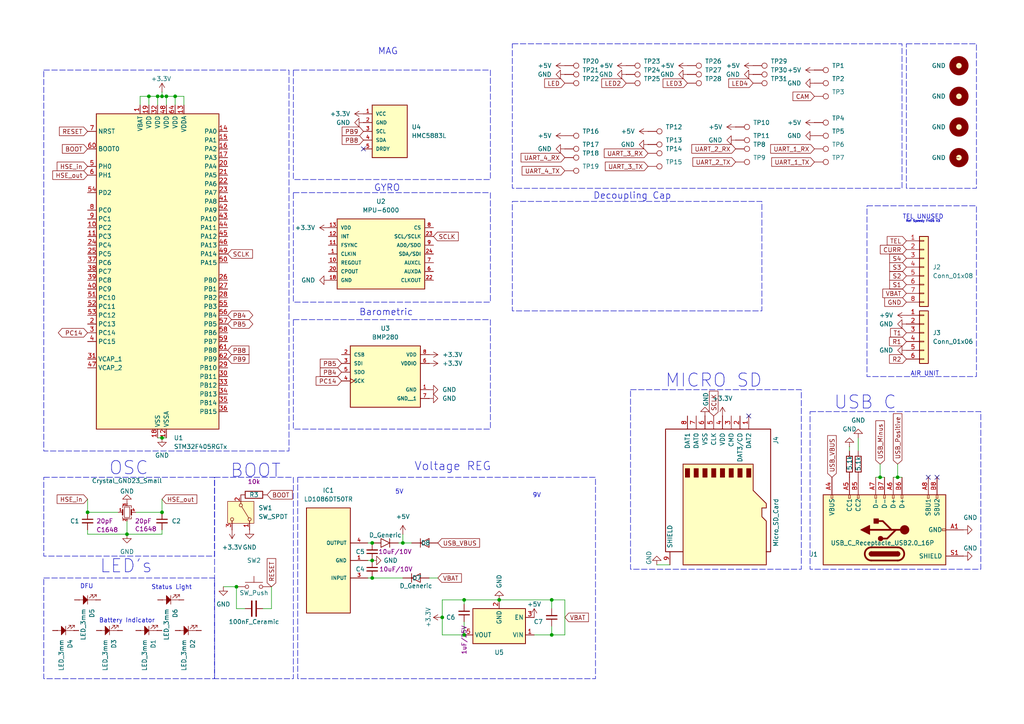
<source format=kicad_sch>
(kicad_sch (version 20250114) (generator "eeschema") (generator_version "9.0")
  (paper "A4")
  (rectangle (start 86.36 138.43) (end 172.72 196.85) (stroke (width 0) (type dash)))
  (rectangle (start 148.59 58.42) (end 220.98 90.17) (stroke (width 0) (type dash)))
  (rectangle (start 62.23 138.43) (end 85.09 196.85) (stroke (width 0) (type dash)))
  (rectangle (start 12.7 138.43) (end 62.23 161.29) (stroke (width 0) (type dash)))
  (rectangle (start 234.95 119.38) (end 284.48 165.1) (stroke (width 0) (type dash)))
  (rectangle (start 85.09 20.32) (end 142.24 52.07) (stroke (width 0) (type dash)))
  (rectangle (start 148.59 12.7) (end 261.62 54.61) (stroke (width 0) (type dash)))
  (rectangle (start 85.09 92.71) (end 142.24 124.46) (stroke (width 0) (type dash)))
  (rectangle (start 12.7 20.32) (end 83.82 130.81) (stroke (width 0) (type dash)))
  (rectangle (start 262.89 12.7) (end 283.21 54.61) (stroke (width 0) (type dash)))
  (rectangle (start 182.88 113.03) (end 232.41 165.1) (stroke (width 0) (type dash)))
  (rectangle (start 12.7 167.64) (end 62.23 196.85) (stroke (width 0) (type dash)))
  (rectangle (start 85.09 55.88) (end 142.24 87.63) (stroke (width 0) (type dash)))
  (rectangle (start 251.46 59.69) (end 283.21 109.22) (stroke (width 0) (type dash)))
  (text "DFU" (at 25.146 170.18 0) (effects (font (size 1.27 1.27))))
  (text "USB C\n" (at 250.952 116.84 0) (effects (font (size 3.81 3.81))))
  (text "OSC" (at 37.338 135.89 0) (effects (font (size 3.81 3.81))))
  (text "5V" (at 115.824 142.748 0) (effects (font (size 1.27 1.27))))
  (text "MICRO SD" (at 207.01 110.49 0) (effects (font (size 3.81 3.81))))
  (text "GYRO\n" (at 112.268 54.61 0) (effects (font (size 1.905 1.905))))
  (text "AIR UNIT\n" (at 268.224 108.458 0) (effects (font (size 1.27 1.27))))
  (text "9V" (at 155.702 143.764 0) (effects (font (size 1.27 1.27))))
  (text "BOOT\n" (at 74.168 136.652 0) (effects (font (size 3.81 3.81))))
  (text "LED's\n" (at 36.576 164.338 0) (effects (font (size 3.81 3.81))))
  (text "MAG" (at 112.522 14.986 0) (effects (font (size 1.905 1.905))))
  (text "Voltage REG" (at 131.318 135.382 0) (effects (font (size 2.413 2.413))))
  (text "TEL UNUSED\n" (at 267.716 62.992 0) (effects (font (size 1.27 1.27))))
  (text "Battery Indicator\n" (at 36.83 180.086 0) (effects (font (size 1.27 1.27))))
  (text "Barometric" (at 112.014 90.678 0) (effects (font (size 1.905 1.905))))
  (text "Ref Speedy F405 V3\n" (at 267.716 64.262 0) (effects (font (size 0.635 0.635))))
  (text "Status Light" (at 49.784 170.434 0) (effects (font (size 1.27 1.27))))
  (text "Decoupling Cap\n" (at 183.388 56.896 0) (effects (font (size 1.905 1.905))))
  (junction (at 36.83 154.94))
  (junction (at 134.62 173.99))
  (junction (at 48.26 27.94))
  (junction (at 107.95 162.56))
  (junction (at 107.95 167.64))
  (junction (at 45.72 27.94))
  (junction (at 50.8 27.94))
  (junction (at 46.99 148.59))
  (junction (at 160.02 173.99))
  (junction (at 46.99 27.94))
  (junction (at 107.95 157.48))
  (junction (at 144.78 173.99))
  (junction (at 260.35 138.43))
  (junction (at 128.27 179.07))
  (junction (at 255.27 138.43))
  (junction (at 25.4 148.59))
  (junction (at 160.02 184.15))
  (junction (at 68.58 170.18))
  (junction (at 116.84 157.48))
  (junction (at 46.99 127))
  (junction (at 43.18 27.94))
  (junction (at 134.62 184.15))
  (no_connect (at 271.78 138.43))
  (no_connect (at 269.24 138.43))
  (no_connect (at 217.17 120.65))
  (no_connect (at 105.41 43.18))
  (wire (pts (xy 160.02 173.99) (xy 160.02 176.53)))
  (wire (pts (xy 46.99 144.78) (xy 46.99 148.59)))
  (wire (pts (xy 119.38 157.48) (xy 116.84 157.48)))
  (wire (pts (xy 43.18 27.94) (xy 43.18 30.48)))
  (wire (pts (xy 260.35 138.43) (xy 259.08 138.43)))
  (wire (pts (xy 40.64 27.94) (xy 43.18 27.94)))
  (wire (pts (xy 134.62 175.26) (xy 134.62 173.99)))
  (wire (pts (xy 45.72 127) (xy 46.99 127)))
  (wire (pts (xy 107.95 167.64) (xy 106.68 167.64)))
  (wire (pts (xy 134.62 180.34) (xy 134.62 184.15)))
  (wire (pts (xy 128.27 184.15) (xy 128.27 179.07)))
  (wire (pts (xy 34.29 148.59) (xy 25.4 148.59)))
  (wire (pts (xy 163.83 173.99) (xy 163.83 184.15)))
  (wire (pts (xy 160.02 184.15) (xy 163.83 184.15)))
  (wire (pts (xy 107.95 162.56) (xy 106.68 162.56)))
  (wire (pts (xy 260.35 138.43) (xy 260.35 134.62)))
  (wire (pts (xy 116.84 167.64) (xy 107.95 167.64)))
  (wire (pts (xy 71.12 176.53) (xy 68.58 176.53)))
  (wire (pts (xy 36.83 151.13) (xy 36.83 154.94)))
  (wire (pts (xy 25.4 144.78) (xy 25.4 148.59)))
  (wire (pts (xy 261.62 138.43) (xy 260.35 138.43)))
  (wire (pts (xy 154.94 184.15) (xy 160.02 184.15)))
  (wire (pts (xy 40.64 30.48) (xy 40.64 27.94)))
  (wire (pts (xy 46.99 154.94) (xy 36.83 154.94)))
  (wire (pts (xy 46.99 26.67) (xy 46.99 27.94)))
  (wire (pts (xy 255.27 138.43) (xy 254 138.43)))
  (wire (pts (xy 46.99 127) (xy 48.26 127)))
  (wire (pts (xy 43.18 27.94) (xy 45.72 27.94)))
  (wire (pts (xy 128.27 173.99) (xy 134.62 173.99)))
  (wire (pts (xy 48.26 27.94) (xy 48.26 30.48)))
  (wire (pts (xy 39.37 148.59) (xy 46.99 148.59)))
  (wire (pts (xy 256.54 138.43) (xy 255.27 138.43)))
  (wire (pts (xy 45.72 27.94) (xy 46.99 27.94)))
  (wire (pts (xy 248.92 127) (xy 248.92 130.81)))
  (wire (pts (xy 246.38 129.54) (xy 246.38 130.81)))
  (wire (pts (xy 163.83 173.99) (xy 160.02 173.99)))
  (wire (pts (xy 46.99 27.94) (xy 48.26 27.94)))
  (wire (pts (xy 53.34 27.94) (xy 53.34 30.48)))
  (wire (pts (xy 76.2 176.53) (xy 78.74 176.53)))
  (wire (pts (xy 127 167.64) (xy 124.46 167.64)))
  (wire (pts (xy 50.8 27.94) (xy 50.8 30.48)))
  (wire (pts (xy 160.02 173.99) (xy 144.78 173.99)))
  (wire (pts (xy 25.4 154.94) (xy 36.83 154.94)))
  (wire (pts (xy 107.95 157.48) (xy 106.68 157.48)))
  (wire (pts (xy 50.8 27.94) (xy 53.34 27.94)))
  (wire (pts (xy 68.58 176.53) (xy 68.58 170.18)))
  (wire (pts (xy 48.26 27.94) (xy 50.8 27.94)))
  (wire (pts (xy 46.99 154.94) (xy 46.99 153.67)))
  (wire (pts (xy 190.5 163.83) (xy 194.31 163.83)))
  (wire (pts (xy 45.72 27.94) (xy 45.72 30.48)))
  (wire (pts (xy 128.27 173.99) (xy 128.27 179.07)))
  (wire (pts (xy 25.4 154.94) (xy 25.4 153.67)))
  (wire (pts (xy 134.62 184.15) (xy 128.27 184.15)))
  (wire (pts (xy 78.74 176.53) (xy 78.74 170.18)))
  (wire (pts (xy 64.77 170.18) (xy 68.58 170.18)))
  (wire (pts (xy 116.84 157.48) (xy 116.84 154.94)))
  (wire (pts (xy 160.02 181.61) (xy 160.02 184.15)))
  (wire (pts (xy 134.62 173.99) (xy 144.78 173.99)))
  (wire (pts (xy 115.57 157.48) (xy 116.84 157.48)))
  (wire (pts (xy 255.27 138.43) (xy 255.27 134.62)))
  (global_label "HSE_out" (shape input) (at 46.99 144.78 0) (property "Intersheetrefs" "${INTERSHEET_REFS}" (effects (hide yes))))
  (global_label "RESET" (shape input) (at 78.74 170.18 90) (property "Intersheetrefs" "${INTERSHEET_REFS}" (effects (hide yes))))
  (global_label "USB_Minus" (shape input) (at 255.27 134.62 90) (property "Intersheetrefs" "${INTERSHEET_REFS}" (effects (hide yes))))
  (global_label "UART_2_TX" (shape input) (at 213.36 46.99 180) (property "Intersheetrefs" "${INTERSHEET_REFS}" (effects (hide yes))))
  (global_label "CURR" (shape input) (at 262.89 72.39 180) (property "Intersheetrefs" "${INTERSHEET_REFS}" (effects (hide yes))))
  (global_label "UART_4_TX" (shape input) (at 163.83 49.53 180) (property "Intersheetrefs" "${INTERSHEET_REFS}" (effects (hide yes))))
  (global_label "R1" (shape input) (at 262.89 99.06 180) (property "Intersheetrefs" "${INTERSHEET_REFS}" (effects (hide yes))))
  (global_label "BOOT" (shape input) (at 25.4 43.18 180) (property "Intersheetrefs" "${INTERSHEET_REFS}" (effects (hide yes))))
  (global_label "S4" (shape input) (at 262.89 74.93 180) (property "Intersheetrefs" "${INTERSHEET_REFS}" (effects (hide yes))))
  (global_label "PB5" (shape bidirectional) (at 66.04 93.98 0) (property "Intersheetrefs" "${INTERSHEET_REFS}" (effects (hide yes))))
  (global_label "CAM" (shape input) (at 236.22 27.94 180) (property "Intersheetrefs" "${INTERSHEET_REFS}" (effects (hide yes))))
  (global_label "USB_VBUS" (shape input) (at 127 157.48 0) (property "Intersheetrefs" "${INTERSHEET_REFS}" (effects (hide yes))))
  (global_label "UART_4_RX" (shape input) (at 163.83 45.72 180) (property "Intersheetrefs" "${INTERSHEET_REFS}" (effects (hide yes))))
  (global_label "PB8" (shape input) (at 66.04 101.6 0) (property "Intersheetrefs" "${INTERSHEET_REFS}" (effects (hide yes))))
  (global_label "PB4" (shape input) (at 99.06 107.95 180) (property "Intersheetrefs" "${INTERSHEET_REFS}" (effects (hide yes))))
  (global_label "SCLK" (shape input) (at 125.73 68.58 0) (property "Intersheetrefs" "${INTERSHEET_REFS}" (effects (hide yes))))
  (global_label "SCLK" (shape input) (at 207.01 120.65 90) (property "Intersheetrefs" "${INTERSHEET_REFS}" (effects (hide yes))))
  (global_label "UART_3_RX" (shape input) (at 187.96 44.45 180) (property "Intersheetrefs" "${INTERSHEET_REFS}" (effects (hide yes))))
  (global_label "SCLK" (shape input) (at 66.04 73.66 0) (property "Intersheetrefs" "${INTERSHEET_REFS}" (effects (hide yes))))
  (global_label "PB9" (shape input) (at 66.04 104.14 0) (property "Intersheetrefs" "${INTERSHEET_REFS}" (effects (hide yes))))
  (global_label "UART_3_TX" (shape input) (at 187.96 48.26 180) (property "Intersheetrefs" "${INTERSHEET_REFS}" (effects (hide yes))))
  (global_label "S3" (shape input) (at 262.89 77.47 180) (property "Intersheetrefs" "${INTERSHEET_REFS}" (effects (hide yes))))
  (global_label "VBAT" (shape input) (at 262.89 85.09 180) (property "Intersheetrefs" "${INTERSHEET_REFS}" (effects (hide yes))))
  (global_label "VBAT" (shape input) (at 163.83 179.07 0) (property "Intersheetrefs" "${INTERSHEET_REFS}" (effects (hide yes))))
  (global_label "PB8" (shape input) (at 105.41 40.64 180) (property "Intersheetrefs" "${INTERSHEET_REFS}" (effects (hide yes))))
  (global_label "LED4" (shape input) (at 218.44 24.13 180) (property "Intersheetrefs" "${INTERSHEET_REFS}" (effects (hide yes))))
  (global_label "RESET" (shape input) (at 25.4 38.1 180) (property "Intersheetrefs" "${INTERSHEET_REFS}" (effects (hide yes))))
  (global_label "S1" (shape input) (at 262.89 82.55 180) (property "Intersheetrefs" "${INTERSHEET_REFS}" (effects (hide yes))))
  (global_label "UART_2_RX" (shape input) (at 213.36 43.18 180) (property "Intersheetrefs" "${INTERSHEET_REFS}" (effects (hide yes))))
  (global_label "GND" (shape input) (at 262.89 87.63 180) (property "Intersheetrefs" "${INTERSHEET_REFS}" (effects (hide yes))))
  (global_label "PB9" (shape input) (at 105.41 38.1 180) (property "Intersheetrefs" "${INTERSHEET_REFS}" (effects (hide yes))))
  (global_label "S2" (shape input) (at 262.89 80.01 180) (property "Intersheetrefs" "${INTERSHEET_REFS}" (effects (hide yes))))
  (global_label "PC14" (shape bidirectional) (at 25.4 96.52 180) (property "Intersheetrefs" "${INTERSHEET_REFS}" (effects (hide yes))))
  (global_label "LED2" (shape input) (at 181.61 24.13 180) (property "Intersheetrefs" "${INTERSHEET_REFS}" (effects (hide yes))))
  (global_label "T1" (shape input) (at 262.89 96.52 180) (property "Intersheetrefs" "${INTERSHEET_REFS}" (effects (hide yes))))
  (global_label "R2" (shape input) (at 262.89 104.14 180) (property "Intersheetrefs" "${INTERSHEET_REFS}" (effects (hide yes))))
  (global_label "HSE_in" (shape input) (at 25.4 144.78 180) (property "Intersheetrefs" "${INTERSHEET_REFS}" (effects (hide yes))))
  (global_label "UART_1_RX" (shape input) (at 236.22 43.18 180) (property "Intersheetrefs" "${INTERSHEET_REFS}" (effects (hide yes))))
  (global_label "TEL" (shape input) (at 262.89 69.85 180) (property "Intersheetrefs" "${INTERSHEET_REFS}" (effects (hide yes))))
  (global_label "HSE_out" (shape input) (at 25.4 50.8 180) (property "Intersheetrefs" "${INTERSHEET_REFS}" (effects (hide yes))))
  (global_label "LED" (shape input) (at 163.83 24.13 180) (property "Intersheetrefs" "${INTERSHEET_REFS}" (effects (hide yes))))
  (global_label "HSE_in" (shape input) (at 25.4 48.26 180) (property "Intersheetrefs" "${INTERSHEET_REFS}" (effects (hide yes))))
  (global_label "LED3" (shape input) (at 199.39 24.13 180) (property "Intersheetrefs" "${INTERSHEET_REFS}" (effects (hide yes))))
  (global_label "VBAT" (shape input) (at 127 167.64 0) (property "Intersheetrefs" "${INTERSHEET_REFS}" (effects (hide yes))))
  (global_label "BOOT" (shape input) (at 77.47 143.51 0) (property "Intersheetrefs" "${INTERSHEET_REFS}" (effects (hide yes))))
  (global_label "USB_VBUS" (shape input) (at 241.3 138.43 90) (property "Intersheetrefs" "${INTERSHEET_REFS}" (effects (hide yes))))
  (global_label "PB5" (shape input) (at 99.06 105.41 180) (property "Intersheetrefs" "${INTERSHEET_REFS}" (effects (hide yes))))
  (global_label "USB_Positive" (shape input) (at 260.35 134.62 90) (property "Intersheetrefs" "${INTERSHEET_REFS}" (effects (hide yes))))
  (global_label "PB4" (shape bidirectional) (at 66.04 91.44 0) (property "Intersheetrefs" "${INTERSHEET_REFS}" (effects (hide yes))))
  (global_label "PC14" (shape input) (at 99.06 110.49 180) (property "Intersheetrefs" "${INTERSHEET_REFS}" (effects (hide yes))))
  (global_label "UART_1_TX" (shape input) (at 236.22 46.99 180) (property "Intersheetrefs" "${INTERSHEET_REFS}" (effects (hide yes))))
  (symbol (lib_id "power:GND") (at 124.46 115.57 90) (unit 1)
    (property "Reference" "#PWR023" (effects (hide yes)))
    (property "Value" "GND" (at 128.27 115.5699 90) (effects (justify right)))
    (property "Description" "Power symbol creates a global label with name \"GND\" , ground" (effects (hide yes)))
  )
  (symbol (lib_id "Connector:TestPoint") (at 218.44 24.13 270) (unit 1)
    (property "Reference" "TP31" (at 223.52 22.8599 90) (effects (justify left)))
    (property "Value" "TestPoint" (effects (hide yes)))
    (property "Description" "test point" (effects (hide yes)))
  )
  (symbol (lib_id "Switch:SW_Push") (at 73.66 170.18 0) (unit 1)
    (property "Reference" "SW2" (at 73.66 162.56 0))
    (property "Value" "SW_Push" (at 73.66 171.958 0))
    (property "Description" "Push button switch, generic, two pins" (effects (hide yes)))
  )
  (symbol (lib_id "PCM_4ms_Capacitor:1uF_0603_25V") (at 134.62 177.8 180) (unit 1)
    (property "Reference" "C6" (at 132.08 179.0638 0) (effects (justify left)))
    (property "Value" "1uF_0603_25V" (effects (hide yes)))
    (property "Footprint" "4ms_Capacitor:C_0603" (effects (hide yes)))
    (property "Description" "1uF, Min. 25V, 0603, Ceramic/MLCC" (effects (hide yes)))
    (property "Specifications" "1uF, Min. 25V, 0603, Ceramic/MLCC" (effects (hide yes)))
    (property "Manufacturer" "Murata" (effects (hide yes)))
    (property "Part Number" "GRM188R61E105KA12D" (effects (hide yes)))
    (property "Display" "1uF/25V" (at 134.62 181.356 90) (effects (justify left)))
    (property "JLCPCB ID" "C15849" (effects (hide yes)))
  )
  (symbol (lib_id "power:+3.3V") (at 105.41 33.02 90) (unit 1)
    (property "Reference" "#PWR051" (effects (hide yes)))
    (property "Value" "+3.3V" (at 101.6 33.0199 90) (effects (justify left)))
    (property "Description" "Power symbol creates a global label with name \"+3.3V\"" (effects (hide yes)))
  )
  (symbol (lib_id "PCM_4ms_Capacitor:10uF_0603_10V") (at 107.95 165.1 0) (unit 1)
    (property "Reference" "C4" (at 103.124 165.1 0) (effects (justify left)))
    (property "Value" "10uF_0603_10V" (effects (hide yes)))
    (property "Footprint" "4ms_Capacitor:C_0603" (effects (hide yes)))
    (property "Description" "10uF, Min. 10V X5R 10%" (effects (hide yes)))
    (property "Specifications" "10uF, Min. 10V X5R 10%" (effects (hide yes)))
    (property "Manufacturer" "Murata" (effects (hide yes)))
    (property "Part Number" "GRM188R61A106KE69D" (effects (hide yes)))
    (property "Display" "10uF/10V" (at 109.982 165.1 0) (effects (justify left)))
    (property "JLCPCB ID" "C19702" (effects (hide yes)))
  )
  (symbol (lib_id "PCM_4ms_Capacitor:1uF_0603_25V") (at 160.02 179.07 180) (unit 1)
    (property "Reference" "C7" (at 157.48 180.3338 0) (effects (justify left)))
    (property "Value" "1uF_0603_25V" (effects (hide yes)))
    (property "Footprint" "4ms_Capacitor:C_0603" (effects (hide yes)))
    (property "Description" "1uF, Min. 25V, 0603, Ceramic/MLCC" (effects (hide yes)))
    (property "Specifications" "1uF, Min. 25V, 0603, Ceramic/MLCC" (effects (hide yes)))
    (property "Manufacturer" "Murata" (effects (hide yes)))
    (property "Part Number" "GRM188R61E105KA12D" (effects (hide yes)))
    (property "Display" "1uF/25V" (effects (hide yes)))
    (property "JLCPCB ID" "C15849" (effects (hide yes)))
  )
  (symbol (lib_id "Connector:TestPoint") (at 213.36 43.18 270) (unit 1)
    (property "Reference" "TP8" (at 218.44 41.9099 90) (effects (justify left)))
    (property "Value" "TestPoint" (effects (hide yes)))
    (property "Description" "test point" (effects (hide yes)))
  )
  (symbol (lib_id "PCM_4ms_Capacitor:10uF_0603_10V") (at 107.95 160.02 180) (unit 1)
    (property "Reference" "C5" (at 103.124 160.02 0) (effects (justify right)))
    (property "Value" "10uF_0603_10V" (effects (hide yes)))
    (property "Footprint" "4ms_Capacitor:C_0603" (effects (hide yes)))
    (property "Description" "10uF, Min. 10V X5R 10%" (effects (hide yes)))
    (property "Specifications" "10uF, Min. 10V X5R 10%" (effects (hide yes)))
    (property "Manufacturer" "Murata" (effects (hide yes)))
    (property "Part Number" "GRM188R61A106KE69D" (effects (hide yes)))
    (property "Display" "10uF/10V" (at 109.728 160.02 0) (effects (justify right)))
    (property "JLCPCB ID" "C19702" (effects (hide yes)))
  )
  (symbol (lib_id "Device:Crystal_GND23_Small") (at 36.83 148.59 0) (unit 1)
    (property "Reference" "Y1" (effects (hide yes)))
    (property "Value" "Crystal_GND23_Small" (at 36.83 139.446 0))
    (property "Description" "Four pin crystal, GND on pins 2 and 3, small symbol" (effects (hide yes)))
  )
  (symbol (lib_id "MCU_ST_STM32F4:STM32F405RGTx") (at 45.72 78.74 0) (unit 1)
    (property "Reference" "U1" (at 50.4033 127 0) (effects (justify left)))
    (property "Value" "STM32F405RGTx" (at 50.4033 129.54 0) (effects (justify left)))
    (property "Footprint" "Package_QFP:LQFP-64_10x10mm_P0.5mm" (effects (hide yes)))
    (property "Datasheet" "https://www.st.com/resource/en/datasheet/stm32f405rg.pdf" (effects (hide yes)))
    (property "Description" "STMicroelectronics Arm Cortex-M4 MCU, 1024KB flash, 192KB RAM, 168 MHz, 1.8-3.6V, 51 GPIO, LQFP64" (effects (hide yes)))
  )
  (symbol (lib_id "power:+3.3V") (at 67.31 153.67 180) (unit 1)
    (property "Reference" "#PWR019" (effects (hide yes)))
    (property "Value" "+3.3V" (at 67.31 158.75 0))
    (property "Description" "Power symbol creates a global label with name \"+3.3V\"" (effects (hide yes)))
  )
  (symbol (lib_id "power:+5V") (at 236.22 20.32 90) (unit 1)
    (property "Reference" "#PWR05" (effects (hide yes)))
    (property "Value" "+5V" (at 232.41 20.3199 90) (effects (justify left)))
    (property "Description" "Power symbol creates a global label with name \"+5V\"" (effects (hide yes)))
  )
  (symbol (lib_id "Connector:TestPoint") (at 236.22 20.32 270) (unit 1)
    (property "Reference" "TP1" (at 241.3 19.0499 90) (effects (justify left)))
    (property "Value" "TestPoint" (effects (hide yes)))
    (property "Description" "test point" (effects (hide yes)))
  )
  (symbol (lib_id "Connector:TestPoint") (at 163.83 19.05 270) (unit 1)
    (property "Reference" "TP20" (at 168.91 17.7799 90) (effects (justify left)))
    (property "Value" "TestPoint" (effects (hide yes)))
    (property "Description" "test point" (effects (hide yes)))
  )
  (symbol (lib_id "PCM_SL_Devices:LED_3mm") (at 43.18 182.88 0) (unit 1)
    (property "Reference" "D1" (at 44.4501 185.42 90) (effects (justify right)))
    (property "Value" "LED_3mm" (at 41.9101 185.42 90) (effects (justify right)))
    (property "Footprint" "LED_THT:LED_D3.0mm" (effects (hide yes)))
    (property "Description" "3mm diameter small LED" (effects (hide yes)))
  )
  (symbol (lib_id "power:GND") (at 236.22 39.37 270) (unit 1)
    (property "Reference" "#PWR08" (effects (hide yes)))
    (property "Value" "GND" (at 232.41 39.3699 90) (effects (justify right)))
    (property "Description" "Power symbol creates a global label with name \"GND\" , ground" (effects (hide yes)))
  )
  (symbol (lib_id "Connector:TestPoint") (at 213.36 46.99 270) (unit 1)
    (property "Reference" "TP9" (at 218.44 45.7199 90) (effects (justify left)))
    (property "Value" "TestPoint" (effects (hide yes)))
    (property "Description" "test point" (effects (hide yes)))
  )
  (symbol (lib_id "power:GND") (at 213.36 40.64 270) (unit 1)
    (property "Reference" "#PWR013" (effects (hide yes)))
    (property "Value" "GND" (at 209.55 40.6399 90) (effects (justify right)))
    (property "Description" "Power symbol creates a global label with name \"GND\" , ground" (effects (hide yes)))
  )
  (symbol (lib_id "power:GND") (at 124.46 113.03 90) (unit 1)
    (property "Reference" "#PWR024" (effects (hide yes)))
    (property "Value" "GND" (at 128.27 113.0299 90) (effects (justify right)))
    (property "Description" "Power symbol creates a global label with name \"GND\" , ground" (effects (hide yes)))
  )
  (symbol (lib_id "power:GND") (at 107.95 162.56 90) (unit 1)
    (property "Reference" "#PWR021" (effects (hide yes)))
    (property "Value" "GND" (at 111.252 162.56 90) (effects (justify right)))
    (property "Description" "Power symbol creates a global label with name \"GND\" , ground" (effects (hide yes)))
  )
  (symbol (lib_id "power:+3.3V") (at 209.55 120.65 0) (unit 1)
    (property "Reference" "#PWR052" (effects (hide yes)))
    (property "Value" "+3.3V" (at 209.55 115.57 0))
    (property "Description" "Power symbol creates a global label with name \"+3.3V\"" (effects (hide yes)))
  )
  (symbol (lib_id "Connector:TestPoint") (at 187.96 44.45 270) (unit 1)
    (property "Reference" "TP14" (at 193.04 43.1799 90) (effects (justify left)))
    (property "Value" "TestPoint" (effects (hide yes)))
    (property "Description" "test point" (effects (hide yes)))
  )
  (symbol (lib_id "power:GND") (at 163.83 21.59 270) (unit 1)
    (property "Reference" "#PWR042" (effects (hide yes)))
    (property "Value" "GND" (at 160.02 21.5899 90) (effects (justify right)))
    (property "Description" "Power symbol creates a global label with name \"GND\" , ground" (effects (hide yes)))
  )
  (symbol (lib_id "PCM_4ms_Connector:Conn_01x08") (at 267.97 77.47 0) (unit 1)
    (property "Reference" "J2" (at 270.51 77.4699 0) (effects (justify left)))
    (property "Value" "Conn_01x08" (at 270.51 80.0099 0) (effects (justify left)))
    (property "Footprint" "4ms_Connector:Pins_1x08_2.54mm_TH" (effects (hide yes)))
    (property "Description" "HEADER 1x8 MALE PINS 0.100” 180deg" (effects (hide yes)))
    (property "Specifications" "HEADER 1x8 MALE PINS 0.100” 180deg" (effects (hide yes)))
  )
  (symbol (lib_id "power:GND") (at 278.13 19.05 270) (unit 1)
    (property "Reference" "#PWR030" (effects (hide yes)))
    (property "Value" "GND" (at 274.32 19.0499 90) (effects (justify right)))
    (property "Description" "Power symbol creates a global label with name \"GND\" , ground" (effects (hide yes)))
  )
  (symbol (lib_id "Connector:USB_C_Receptacle_USB2.0_16P") (at 256.54 153.67 90) (unit 1)
    (property "Reference" "J1" (at 237.236 160.782 90) (effects (justify left)))
    (property "Value" "USB_C_Receptacle_USB2.0_16P" (at 271.018 157.48 90) (effects (justify left)))
    (property "Datasheet" "https://www.usb.org/sites/default/files/documents/usb_type-c.zip" (effects (hide yes)))
    (property "Description" "USB 2.0-only 16P Type-C Receptacle connector" (effects (hide yes)))
  )
  (symbol (lib_id "power:GND") (at 279.4 153.67 90) (unit 1)
    (property "Reference" "#PWR01" (effects (hide yes)))
    (property "Value" "GND" (at 279.4 150.114 90) (effects (justify right)))
    (property "Description" "Power symbol creates a global label with name \"GND\" , ground" (effects (hide yes)))
  )
  (symbol (lib_id "Connector:TestPoint") (at 163.83 24.13 270) (unit 1)
    (property "Reference" "TP22" (at 168.91 22.8599 90) (effects (justify left)))
    (property "Value" "TestPoint" (effects (hide yes)))
    (property "Description" "test point" (effects (hide yes)))
  )
  (symbol (lib_id "power:GND") (at 144.78 173.99 180) (unit 1)
    (property "Reference" "#PWR038" (effects (hide yes)))
    (property "Value" "GND" (at 144.78 170.688 90) (effects (justify right)))
    (property "Description" "Power symbol creates a global label with name \"GND\" , ground" (effects (hide yes)))
  )
  (symbol (lib_id "MPU-6000:MPU-6000") (at 110.49 73.66 0) (unit 1)
    (property "Reference" "U2" (at 110.49 58.42 0))
    (property "Value" "MPU-6000" (at 110.49 60.96 0))
    (property "Footprint" "MPU-6000:QFN-24-EP" (effects (hide yes)))
    (property "MF" "TDK InvenSense" (effects (hide yes)))
    (property "Description_1" "MPU-6000 series Accelerometer, Gyroscope, 3 Axis Sensor Evaluation Board" (effects (hide yes)))
    (property "Package" "QFN-24 InvenSense" (effects (hide yes)))
    (property "Price" "None" (effects (hide yes)))
    (property "SF_ID" "SEN-11234" (effects (hide yes)))
    (property "PROD_ID" "IC-11089" (effects (hide yes)))
    (property "SnapEDA_Link" "https://www.snapeda.com/parts/MPU-6000/TDK/view-part/?ref=snap" (effects (hide yes)))
    (property "MP" "MPU-6000" (effects (hide yes)))
    (property "Availability" "In Stock" (effects (hide yes)))
    (property "Check_prices" "https://www.snapeda.com/parts/MPU-6000/TDK/view-part/?ref=eda" (effects (hide yes)))
  )
  (symbol (lib_id "power:GND") (at 199.39 21.59 270) (unit 1)
    (property "Reference" "#PWR046" (effects (hide yes)))
    (property "Value" "GND" (at 195.58 21.5899 90) (effects (justify right)))
    (property "Description" "Power symbol creates a global label with name \"GND\" , ground" (effects (hide yes)))
  )
  (symbol (lib_id "PCM_4ms_Power-symbol:+9V") (at 262.89 91.44 90) (unit 1)
    (property "Reference" "#PWR09" (effects (hide yes)))
    (property "Value" "+9V" (at 259.08 91.4399 90) (effects (justify left)))
    (property "Description" "Power symbol creates a global label with name \"+9V\"" (effects (hide yes)))
  )
  (symbol (lib_id "Connector:TestPoint") (at 163.83 21.59 270) (unit 1)
    (property "Reference" "TP21" (at 168.91 20.3199 90) (effects (justify left)))
    (property "Value" "TestPoint" (effects (hide yes)))
    (property "Description" "test point" (effects (hide yes)))
  )
  (symbol (lib_id "power:GND") (at 278.13 36.83 270) (unit 1)
    (property "Reference" "#PWR028" (effects (hide yes)))
    (property "Value" "GND" (at 274.32 36.8299 90) (effects (justify right)))
    (property "Description" "Power symbol creates a global label with name \"GND\" , ground" (effects (hide yes)))
  )
  (symbol (lib_id "PCM_4ms_Diode:D_Generic") (at 120.65 167.64 0) (unit 1)
    (property "Reference" "D7" (at 120.904 167.64 0))
    (property "Value" "D_Generic" (at 120.65 169.926 0))
    (property "Description" "Diode" (effects (hide yes)))
  )
  (symbol (lib_id "PCM_4ms_Connector:Conn_01x06") (at 267.97 96.52 0) (unit 1)
    (property "Reference" "J3" (at 270.51 96.5199 0) (effects (justify left)))
    (property "Value" "Conn_01x06" (at 270.51 99.0599 0) (effects (justify left)))
    (property "Footprint" "4ms_Connector:Pins_1x06_2.54mm_TH_SWD" (effects (hide yes)))
    (property "Description" "HEADER 1x6 MALE PINS 0.100” 180deg" (effects (hide yes)))
    (property "Specifications" "HEADER 1x6 MALE PINS 0.100” 180deg" (effects (hide yes)))
    (property "Manufacturer" "TAD" (effects (hide yes)))
    (property "Part Number" "1-0601FBV0T" (effects (hide yes)))
  )
  (symbol (lib_id "power:GND") (at 181.61 21.59 270) (unit 1)
    (property "Reference" "#PWR044" (effects (hide yes)))
    (property "Value" "GND" (at 177.8 21.5899 90) (effects (justify right)))
    (property "Description" "Power symbol creates a global label with name \"GND\" , ground" (effects (hide yes)))
  )
  (symbol (lib_id "power:+3.3V") (at 124.46 102.87 270) (unit 1)
    (property "Reference" "#PWR025" (effects (hide yes)))
    (property "Value" "+3.3V" (at 128.27 102.8699 90) (effects (justify left)))
    (property "Description" "Power symbol creates a global label with name \"+3.3V\"" (effects (hide yes)))
  )
  (symbol (lib_id "Connector:TestPoint") (at 163.83 39.37 270) (unit 1)
    (property "Reference" "TP16" (at 168.91 38.0999 90) (effects (justify left)))
    (property "Value" "TestPoint" (effects (hide yes)))
    (property "Description" "test point" (effects (hide yes)))
  )
  (symbol (lib_id "power:GND") (at 248.92 127 180) (unit 1)
    (property "Reference" "#PWR02" (effects (hide yes)))
    (property "Value" "GND" (at 248.92 121.92 0))
    (property "Description" "Power symbol creates a global label with name \"GND\" , ground" (effects (hide yes)))
  )
  (symbol (lib_id "PCM_SL_Mechanical:MountingHole_M3") (at 278.13 27.94 180) (unit 1)
    (property "Reference" "H2" (effects (hide yes)))
    (property "Value" "MountingHole_M3" (effects (hide yes)))
    (property "Footprint" "MountingHole:MountingHole_3.2mm_M3" (effects (hide yes)))
    (property "Description" "3.2mm Diameter Mounting Hole (M3)" (effects (hide yes)))
  )
  (symbol (lib_id "PCM_SL_Devices:LED_3mm") (at 54.61 182.88 0) (unit 1)
    (property "Reference" "D2" (at 55.8801 185.42 90) (effects (justify right)))
    (property "Value" "LED_3mm" (at 53.3401 185.42 90) (effects (justify right)))
    (property "Footprint" "LED_THT:LED_D3.0mm" (effects (hide yes)))
    (property "Description" "3mm diameter small LED" (effects (hide yes)))
  )
  (symbol (lib_id "Connector:TestPoint") (at 163.83 49.53 270) (unit 1)
    (property "Reference" "TP19" (at 168.91 48.2599 90) (effects (justify left)))
    (property "Value" "TestPoint" (effects (hide yes)))
    (property "Description" "test point" (effects (hide yes)))
  )
  (symbol (lib_id "Regulator_Linear:MIC5504-3.3YM5") (at 144.78 181.61 180) (unit 1)
    (property "Reference" "U5" (at 144.78 189.23 0))
    (property "Value" "MIC5504-3.3YM5" (effects (hide yes)))
    (property "Footprint" "Package_TO_SOT_SMD:SOT-23-5" (effects (hide yes)))
    (property "Datasheet" "http://ww1.microchip.com/downloads/en/DeviceDoc/MIC550X.pdf" (effects (hide yes)))
    (property "Description" "300mA Low-dropout Voltage Regulator, Vout 3.3V, Vin up to 5.5V, SOT-23" (effects (hide yes)))
  )
  (symbol (lib_id "power:GND") (at 105.41 35.56 270) (unit 1)
    (property "Reference" "#PWR050" (effects (hide yes)))
    (property "Value" "GND" (at 101.6 35.5599 90) (effects (justify right)))
    (property "Description" "Power symbol creates a global label with name \"GND\" , ground" (effects (hide yes)))
  )
  (symbol (lib_id "power:GND") (at 190.5 163.83 180) (unit 1)
    (property "Reference" "#PWR031" (effects (hide yes)))
    (property "Value" "GND" (at 188.214 163.83 90) (effects (justify right)))
    (property "Description" "Power symbol creates a global label with name \"GND\" , ground" (effects (hide yes)))
  )
  (symbol (lib_id "power:GND") (at 204.47 120.65 180) (unit 1)
    (property "Reference" "#PWR032" (effects (hide yes)))
    (property "Value" "GND" (at 204.724 117.856 90) (effects (justify right)))
    (property "Description" "Power symbol creates a global label with name \"GND\" , ground" (effects (hide yes)))
  )
  (symbol (lib_id "Connector:TestPoint") (at 187.96 41.91 270) (unit 1)
    (property "Reference" "TP13" (at 193.04 40.6399 90) (effects (justify left)))
    (property "Value" "TestPoint" (effects (hide yes)))
    (property "Description" "test point" (effects (hide yes)))
  )
  (symbol (lib_id "power:GND") (at 246.38 129.54 180) (unit 1)
    (property "Reference" "#PWR03" (effects (hide yes)))
    (property "Value" "GND" (at 246.38 124.46 0))
    (property "Description" "Power symbol creates a global label with name \"GND\" , ground" (effects (hide yes)))
  )
  (symbol (lib_id "Connector:TestPoint") (at 236.22 27.94 270) (unit 1)
    (property "Reference" "TP3" (at 241.3 26.6699 90) (effects (justify left)))
    (property "Value" "TestPoint" (effects (hide yes)))
    (property "Description" "test point" (effects (hide yes)))
  )
  (symbol (lib_id "PCM_SL_Devices:LED_3mm") (at 49.53 173.99 0) (unit 1)
    (property "Reference" "D6" (at 50.8001 176.53 90) (effects (justify right)))
    (property "Value" "LED_3mm" (at 48.2601 176.53 90) (effects (justify right)))
    (property "Footprint" "LED_THT:LED_D3.0mm" (effects (hide yes)))
    (property "Description" "3mm diameter small LED" (effects (hide yes)))
  )
  (symbol (lib_id "power:GND") (at 218.44 21.59 270) (unit 1)
    (property "Reference" "#PWR048" (effects (hide yes)))
    (property "Value" "GND" (at 214.63 21.5899 90) (effects (justify right)))
    (property "Description" "Power symbol creates a global label with name \"GND\" , ground" (effects (hide yes)))
  )
  (symbol (lib_id "PCM_SL_Resistors:5.6k") (at 248.92 134.62 270) (unit 1)
    (property "Reference" "R1" (effects (hide yes)))
    (property "Value" "5.1k" (at 248.92 136.652 0) (effects (justify right)))
    (property "Footprint" "Resistor_THT:R_Axial_DIN0207_L6.3mm_D2.5mm_P10.16mm_Horizontal" (effects (hide yes)))
    (property "Description" "5.1kΩ, 1/4W Resistor" (effects (hide yes)))
  )
  (symbol (lib_id "power:+5V") (at 163.83 19.05 90) (unit 1)
    (property "Reference" "#PWR041" (effects (hide yes)))
    (property "Value" "+5V" (at 160.02 19.0499 90) (effects (justify left)))
    (property "Description" "Power symbol creates a global label with name \"+5V\"" (effects (hide yes)))
  )
  (symbol (lib_id "power:+3.3V") (at 124.46 105.41 270) (unit 1)
    (property "Reference" "#PWR026" (effects (hide yes)))
    (property "Value" "+3.3V" (at 128.27 105.4099 90) (effects (justify left)))
    (property "Description" "Power symbol creates a global label with name \"+3.3V\"" (effects (hide yes)))
  )
  (symbol (lib_id "PCM_4ms_Capacitor:20pF_0603_25V") (at 25.4 151.13 0) (unit 1)
    (property "Reference" "C1" (at 20.32 151.13 0) (effects (justify left)))
    (property "Value" "20pF_0603_25V" (effects (hide yes)))
    (property "Footprint" "4ms_Capacitor:C_0603" (effects (hide yes)))
    (property "Description" "20pF, Min 25V, C0G/NP0, 5% 0603" (effects (hide yes)))
    (property "Specifications" "20pF, Min 25V, C0G/NP0, 5% 0603" (effects (hide yes)))
    (property "Manufacturer" "Yageo" (effects (hide yes)))
    (property "Part Number" "CC0603JRNPO9BN200" (effects (hide yes)))
    (property "Display" "20pF" (at 27.94 151.1362 0) (effects (justify left)))
    (property "JLCPCB ID" "C1648" (at 27.94 153.6762 0) (effects (justify left)))
  )
  (symbol (lib_id "power:GND") (at 36.83 154.94 0) (unit 1)
    (property "Reference" "#PWR016" (effects (hide yes)))
    (property "Value" "GND" (at 36.83 160.02 0))
    (property "Description" "Power symbol creates a global label with name \"GND\" , ground" (effects (hide yes)))
  )
  (symbol (lib_id "PCM_SL_Devices:LED_3mm") (at 31.75 182.88 0) (unit 1)
    (property "Reference" "D3" (at 33.0201 185.42 90) (effects (justify right)))
    (property "Value" "LED_3mm" (at 30.4801 185.42 90) (effects (justify right)))
    (property "Footprint" "LED_THT:LED_D3.0mm" (effects (hide yes)))
    (property "Description" "3mm diameter small LED" (effects (hide yes)))
  )
  (symbol (lib_id "Switch:SW_SPDT") (at 69.85 148.59 270) (unit 1)
    (property "Reference" "SW1" (at 74.93 147.3199 90) (effects (justify left)))
    (property "Value" "SW_SPDT" (at 74.93 149.8599 90) (effects (justify left)))
    (property "Description" "Switch, single pole double throw" (effects (hide yes)))
  )
  (symbol (lib_id "Connector:TestPoint") (at 199.39 24.13 270) (unit 1)
    (property "Reference" "TP28" (at 204.47 22.8599 90) (effects (justify left)))
    (property "Value" "TestPoint" (effects (hide yes)))
    (property "Description" "test point" (effects (hide yes)))
  )
  (symbol (lib_id "power:+3.3V") (at 95.25 66.04 90) (unit 1)
    (property "Reference" "#PWR049" (effects (hide yes)))
    (property "Value" "+3.3V" (at 91.44 66.0399 90) (effects (justify left)))
    (property "Description" "Power symbol creates a global label with name \"+3.3V\"" (effects (hide yes)))
  )
  (symbol (lib_id "Connector:TestPoint") (at 181.61 19.05 270) (unit 1)
    (property "Reference" "TP23" (at 186.69 17.7799 90) (effects (justify left)))
    (property "Value" "TestPoint" (effects (hide yes)))
    (property "Description" "test point" (effects (hide yes)))
  )
  (symbol (lib_id "Connector:TestPoint") (at 236.22 35.56 270) (unit 1)
    (property "Reference" "TP4" (at 241.3 34.2899 90) (effects (justify left)))
    (property "Value" "TestPoint" (effects (hide yes)))
    (property "Description" "test point" (effects (hide yes)))
  )
  (symbol (lib_id "power:+5V") (at 154.94 179.07 0) (unit 1)
    (property "Reference" "#PWR040" (effects (hide yes)))
    (property "Value" "+5V" (at 154.94 175.26 0))
    (property "Description" "Power symbol creates a global label with name \"+5V\"" (effects (hide yes)))
  )
  (symbol (lib_id "power:GND") (at 46.99 127 0) (unit 1)
    (property "Reference" "#PWR014" (effects (hide yes)))
    (property "Value" "GND" (at 46.99 132.08 0))
    (property "Description" "Power symbol creates a global label with name \"GND\" , ground" (effects (hide yes)))
  )
  (symbol (lib_id "Connector:TestPoint") (at 213.36 36.83 270) (unit 1)
    (property "Reference" "TP10" (at 218.44 35.5599 90) (effects (justify left)))
    (property "Value" "TestPoint" (effects (hide yes)))
    (property "Description" "test point" (effects (hide yes)))
  )
  (symbol (lib_id "power:GND") (at 278.13 27.94 270) (unit 1)
    (property "Reference" "#PWR029" (effects (hide yes)))
    (property "Value" "GND" (at 274.32 27.9399 90) (effects (justify right)))
    (property "Description" "Power symbol creates a global label with name \"GND\" , ground" (effects (hide yes)))
  )
  (symbol (lib_id "Connector:TestPoint") (at 236.22 43.18 270) (unit 1)
    (property "Reference" "TP6" (at 241.3 41.9099 90) (effects (justify left)))
    (property "Value" "TestPoint" (effects (hide yes)))
    (property "Description" "test point" (effects (hide yes)))
  )
  (symbol (lib_id "Connector:TestPoint") (at 181.61 24.13 270) (unit 1)
    (property "Reference" "TP25" (at 186.69 22.8599 90) (effects (justify left)))
    (property "Value" "TestPoint" (effects (hide yes)))
    (property "Description" "test point" (effects (hide yes)))
  )
  (symbol (lib_id "power:+5V") (at 218.44 19.05 90) (unit 1)
    (property "Reference" "#PWR047" (effects (hide yes)))
    (property "Value" "+5V" (at 214.63 19.0499 90) (effects (justify left)))
    (property "Description" "Power symbol creates a global label with name \"+5V\"" (effects (hide yes)))
  )
  (symbol (lib_id "power:+3.3V") (at 46.99 26.67 0) (unit 1)
    (property "Reference" "#PWR015" (effects (hide yes)))
    (property "Value" "+3.3V" (at 46.736 22.86 0))
    (property "Description" "Power symbol creates a global label with name \"+3.3V\"" (effects (hide yes)))
  )
  (symbol (lib_id "Connector:TestPoint") (at 218.44 19.05 270) (unit 1)
    (property "Reference" "TP29" (at 223.52 17.7799 90) (effects (justify left)))
    (property "Value" "TestPoint" (effects (hide yes)))
    (property "Description" "test point" (effects (hide yes)))
  )
  (symbol (lib_id "PCM_4ms_Diode:D_Generic") (at 123.19 157.48 0) (unit 1)
    (property "Reference" "D8" (at 123.444 157.48 0))
    (property "Value" "D_Generic" (effects (hide yes)))
    (property "Description" "Diode" (effects (hide yes)))
  )
  (symbol (lib_id "power:+5V") (at 181.61 19.05 90) (unit 1)
    (property "Reference" "#PWR043" (effects (hide yes)))
    (property "Value" "+5V" (at 177.8 19.0499 90) (effects (justify left)))
    (property "Description" "Power symbol creates a global label with name \"+5V\"" (effects (hide yes)))
  )
  (symbol (lib_id "Connector:TestPoint") (at 163.83 45.72 270) (unit 1)
    (property "Reference" "TP18" (at 168.91 44.4499 90) (effects (justify left)))
    (property "Value" "TestPoint" (effects (hide yes)))
    (property "Description" "test point" (effects (hide yes)))
  )
  (symbol (lib_id "power:GND") (at 236.22 24.13 270) (unit 1)
    (property "Reference" "#PWR06" (effects (hide yes)))
    (property "Value" "GND" (at 232.41 24.1299 90) (effects (justify right)))
    (property "Description" "Power symbol creates a global label with name \"GND\" , ground" (effects (hide yes)))
  )
  (symbol (lib_id "Connector:TestPoint") (at 163.83 43.18 270) (unit 1)
    (property "Reference" "TP17" (at 168.91 41.9099 90) (effects (justify left)))
    (property "Value" "TestPoint" (effects (hide yes)))
    (property "Description" "test point" (effects (hide yes)))
  )
  (symbol (lib_id "PCM_4ms_Diode:D_Generic") (at 111.76 157.48 180) (unit 1)
    (property "Reference" "D9" (effects (hide yes)))
    (property "Value" "D_Generic" (at 111.76 155.194 0))
    (property "Description" "Diode" (effects (hide yes)))
  )
  (symbol (lib_id "Connector:TestPoint") (at 213.36 40.64 270) (unit 1)
    (property "Reference" "TP11" (at 218.44 39.3699 90) (effects (justify left)))
    (property "Value" "TestPoint" (effects (hide yes)))
    (property "Description" "test point" (effects (hide yes)))
  )
  (symbol (lib_id "power:GND") (at 262.89 93.98 270) (unit 1)
    (property "Reference" "#PWR010" (effects (hide yes)))
    (property "Value" "GND" (at 259.08 93.9799 90) (effects (justify right)))
    (property "Description" "Power symbol creates a global label with name \"GND\" , ground" (effects (hide yes)))
  )
  (symbol (lib_id "PCM_SL_Mechanical:MountingHole_M3") (at 278.13 36.83 180) (unit 1)
    (property "Reference" "H3" (effects (hide yes)))
    (property "Value" "MountingHole_M3" (effects (hide yes)))
    (property "Footprint" "MountingHole:MountingHole_3.2mm_M3" (effects (hide yes)))
    (property "Description" "3.2mm Diameter Mounting Hole (M3)" (effects (hide yes)))
  )
  (symbol (lib_id "power:+5V") (at 163.83 39.37 90) (unit 1)
    (property "Reference" "#PWR035" (effects (hide yes)))
    (property "Value" "+5V" (at 160.02 39.3699 90) (effects (justify left)))
    (property "Description" "Power symbol creates a global label with name \"+5V\"" (effects (hide yes)))
  )
  (symbol (lib_id "power:GND") (at 279.4 161.29 90) (unit 1)
    (property "Reference" "#PWR04" (effects (hide yes)))
    (property "Value" "GND" (at 279.4 159.004 90) (effects (justify right)))
    (property "Description" "Power symbol creates a global label with name \"GND\" , ground" (effects (hide yes)))
  )
  (symbol (lib_id "PCM_SL_Mechanical:MountingHole_M3") (at 278.13 45.72 180) (unit 1)
    (property "Reference" "H4" (effects (hide yes)))
    (property "Value" "MountingHole_M3" (effects (hide yes)))
    (property "Footprint" "MountingHole:MountingHole_3.2mm_M3" (effects (hide yes)))
    (property "Description" "3.2mm Diameter Mounting Hole (M3)" (effects (hide yes)))
  )
  (symbol (lib_id "power:GND") (at 163.83 43.18 270) (unit 1)
    (property "Reference" "#PWR036" (effects (hide yes)))
    (property "Value" "GND" (at 160.02 43.1799 90) (effects (justify right)))
    (property "Description" "Power symbol creates a global label with name \"GND\" , ground" (effects (hide yes)))
  )
  (symbol (lib_id "Connector:TestPoint") (at 236.22 24.13 270) (unit 1)
    (property "Reference" "TP2" (at 241.3 22.8599 90) (effects (justify left)))
    (property "Value" "TestPoint" (effects (hide yes)))
    (property "Description" "test point" (effects (hide yes)))
  )
  (symbol (lib_id "Connector:TestPoint") (at 218.44 21.59 270) (unit 1)
    (property "Reference" "TP30" (at 223.52 20.3199 90) (effects (justify left)))
    (property "Value" "TestPoint" (effects (hide yes)))
    (property "Description" "test point" (effects (hide yes)))
  )
  (symbol (lib_id "Connector:Micro_SD_Card") (at 209.55 143.51 270) (unit 1)
    (property "Reference" "J4" (at 225.044 126.492 0) (effects (justify left)))
    (property "Value" "Micro_SD_Card" (at 225.044 144.526 0) (effects (justify left)))
    (property "Datasheet" "https://www.we-online.com/components/products/datasheet/693072010801.pdf" (effects (hide yes)))
    (property "Description" "Micro SD Card Socket" (effects (hide yes)))
  )
  (symbol (lib_id "power:GND") (at 262.89 101.6 270) (unit 1)
    (property "Reference" "#PWR011" (effects (hide yes)))
    (property "Value" "GND" (at 259.08 101.5999 90) (effects (justify right)))
    (property "Description" "Power symbol creates a global label with name \"GND\" , ground" (effects (hide yes)))
  )
  (symbol (lib_id "PCM_SL_Resistors:5.6k") (at 246.38 134.62 270) (unit 1)
    (property "Reference" "R2" (effects (hide yes)))
    (property "Value" "5.1k" (at 246.38 136.398 0) (effects (justify right)))
    (property "Footprint" "Resistor_THT:R_Axial_DIN0207_L6.3mm_D2.5mm_P10.16mm_Horizontal" (effects (hide yes)))
    (property "Description" "5.1kΩ, 1/4W Resistor" (effects (hide yes)))
  )
  (symbol (lib_id "PCM_SL_Devices:LED_3mm") (at 25.4 173.99 0) (unit 1)
    (property "Reference" "D5" (at 26.6701 176.53 90) (effects (justify right)))
    (property "Value" "LED_3mm" (at 24.1301 176.53 90) (effects (justify right)))
    (property "Footprint" "LED_THT:LED_D3.0mm" (effects (hide yes)))
    (property "Description" "3mm diameter small LED" (effects (hide yes)))
  )
  (symbol (lib_id "Connector:TestPoint") (at 181.61 21.59 270) (unit 1)
    (property "Reference" "TP24" (at 186.69 20.3199 90) (effects (justify left)))
    (property "Value" "TestPoint" (effects (hide yes)))
    (property "Description" "test point" (effects (hide yes)))
  )
  (symbol (lib_id "power:GND") (at 187.96 41.91 270) (unit 1)
    (property "Reference" "#PWR034" (effects (hide yes)))
    (property "Value" "GND" (at 184.15 41.9099 90) (effects (justify right)))
    (property "Description" "Power symbol creates a global label with name \"GND\" , ground" (effects (hide yes)))
  )
  (symbol (lib_id "power:GND") (at 64.77 170.18 0) (unit 1)
    (property "Reference" "#PWR020" (effects (hide yes)))
    (property "Value" "GND" (at 64.77 175.26 0))
    (property "Description" "Power symbol creates a global label with name \"GND\" , ground" (effects (hide yes)))
  )
  (symbol (lib_id "PCM_SL_Mechanical:MountingHole_M3") (at 278.13 19.05 0) (unit 1)
    (property "Reference" "H1" (effects (hide yes)))
    (property "Value" "MountingHole_M3" (effects (hide yes)))
    (property "Footprint" "MountingHole:MountingHole_3.2mm_M3" (effects (hide yes)))
    (property "Description" "3.2mm Diameter Mounting Hole (M3)" (effects (hide yes)))
  )
  (symbol (lib_id "power:GND") (at 278.13 45.72 270) (unit 1)
    (property "Reference" "#PWR027" (effects (hide yes)))
    (property "Value" "GND" (at 274.32 45.7199 90) (effects (justify right)))
    (property "Description" "Power symbol creates a global label with name \"GND\" , ground" (effects (hide yes)))
  )
  (symbol (lib_id "Connector:TestPoint") (at 199.39 19.05 270) (unit 1)
    (property "Reference" "TP26" (at 204.47 17.7799 90) (effects (justify left)))
    (property "Value" "TestPoint" (effects (hide yes)))
    (property "Description" "test point" (effects (hide yes)))
  )
  (symbol (lib_id "Connector:TestPoint") (at 187.96 38.1 270) (unit 1)
    (property "Reference" "TP12" (at 193.04 36.8299 90) (effects (justify left)))
    (property "Value" "TestPoint" (effects (hide yes)))
    (property "Description" "test point" (effects (hide yes)))
  )
  (symbol (lib_id "Connector:TestPoint") (at 236.22 46.99 270) (unit 1)
    (property "Reference" "TP7" (at 241.3 45.7199 90) (effects (justify left)))
    (property "Value" "TestPoint" (effects (hide yes)))
    (property "Description" "test point" (effects (hide yes)))
  )
  (symbol (lib_id "power:+5V") (at 187.96 38.1 90) (unit 1)
    (property "Reference" "#PWR033" (effects (hide yes)))
    (property "Value" "+5V" (at 184.15 38.0999 90) (effects (justify left)))
    (property "Description" "Power symbol creates a global label with name \"+5V\"" (effects (hide yes)))
  )
  (symbol (lib_id "power:GND") (at 72.39 153.67 0) (unit 1)
    (property "Reference" "#PWR018" (effects (hide yes)))
    (property "Value" "GND" (at 72.39 158.75 0))
    (property "Description" "Power symbol creates a global label with name \"GND\" , ground" (effects (hide yes)))
  )
  (symbol (lib_id "PCM_SL_Capacitors:100nF_Ceramic") (at 73.66 176.53 0) (unit 1)
    (property "Reference" "C3" (effects (hide yes)))
    (property "Value" "100nF_Ceramic" (at 73.66 180.34 0))
    (property "Footprint" "Capacitor_THT:C_Disc_D5.0mm_W2.5mm_P2.50mm" (effects (hide yes)))
    (property "Description" "100nF Ceramic Capacitor" (effects (hide yes)))
  )
  (symbol (lib_id "BMP280:BMP280") (at 111.76 107.95 0) (unit 1)
    (property "Reference" "U3" (at 111.76 95.25 0))
    (property "Value" "BMP280" (at 111.76 97.79 0))
    (property "Footprint" "BMP280:XDCR_BMP280" (effects (hide yes)))
    (property "MF" "Bosch" (effects (hide yes)))
    (property "Description_1" "Pressure Sensor 4.35PSI ~ 15.95PSI (30kPa ~ 110kPa) Absolute - 16b 8-SMD" (effects (hide yes)))
    (property "Package" "SMD-8 Bosch Sensortec" (effects (hide yes)))
    (property "Price" "None" (effects (hide yes)))
    (property "Check_prices" "https://www.snapeda.com/parts/BMP280/Bosch/view-part/?ref=eda" (effects (hide yes)))
    (property "PART_REV" "1.19" (effects (hide yes)))
    (property "STANDARD" "MANUFACTURER RECOMMENDATIONS" (effects (hide yes)))
    (property "SnapEDA_Link" "https://www.snapeda.com/parts/BMP280/Bosch/view-part/?ref=snap" (effects (hide yes)))
    (property "MP" "BMP280" (effects (hide yes)))
    (property "Availability" "Not in stock" (effects (hide yes)))
    (property "MANUFACTURER" "Bosch" (effects (hide yes)))
  )
  (symbol (lib_id "power:GND") (at 36.83 146.05 180) (unit 1)
    (property "Reference" "#PWR017" (effects (hide yes)))
    (property "Value" "GND" (at 36.83 142.494 0))
    (property "Description" "Power symbol creates a global label with name \"GND\" , ground" (effects (hide yes)))
  )
  (symbol (lib_id "power:+3.3V") (at 128.27 179.07 90) (unit 1)
    (property "Reference" "#PWR039" (effects (hide yes)))
    (property "Value" "+3.3V" (at 124.206 179.07 0))
    (property "Description" "Power symbol creates a global label with name \"+3.3V\"" (effects (hide yes)))
  )
  (symbol (lib_id "PCM_SL_Devices:LED_3mm") (at 19.05 182.88 0) (unit 1)
    (property "Reference" "D4" (at 20.3201 185.42 90) (effects (justify right)))
    (property "Value" "LED_3mm" (at 17.7801 185.42 90) (effects (justify right)))
    (property "Footprint" "LED_THT:LED_D3.0mm" (effects (hide yes)))
    (property "Description" "3mm diameter small LED" (effects (hide yes)))
  )
  (symbol (lib_id "PCM_4ms_Resistor:10k_0402") (at 73.66 143.51 90) (unit 1)
    (property "Reference" "R3" (at 73.66 143.51 90))
    (property "Value" "10k_0402" (effects (hide yes)))
    (property "Footprint" "Resistor_SMD:R_0402_1005Metric" (effects (hide yes)))
    (property "Description" "10k, 1%, 1/16W, 0603" (effects (hide yes)))
    (property "Specifications" "10k, 1%, 1/10W, 0402" (effects (hide yes)))
    (property "Manufacturer" "Yageo" (effects (hide yes)))
    (property "Part Number" "RT0402FRE0710KL" (effects (hide yes)))
    (property "Display" "10k" (at 73.66 139.7 90))
    (property "Manufacturer 2" "Yageo" (effects (hide yes)))
    (property "Part Number 2" "RT0402DRE0710KL" (effects (hide yes)))
  )
  (symbol (lib_id "LD1086DT50TR:LD1086DT50TR") (at 101.6 162.56 90) (unit 1)
    (property "Reference" "IC1" (at 95.25 142.24 90))
    (property "Value" "LD1086DT50TR" (at 95.25 144.78 90))
    (property "Footprint" "LD1086DT50TR:DPAK" (effects (hide yes)))
    (property "MF" "STMicroelectronics" (effects (hide yes)))
    (property "Description_1" "Linear Voltage Regulator IC Positive Fixed 1 Output  1.5A DPAK" (effects (hide yes)))
    (property "Package" "TO-252-3 STMicroelectronics" (effects (hide yes)))
    (property "Price" "None" (effects (hide yes)))
    (property "SnapEDA_Link" "https://www.snapeda.com/parts/LD1086DT50TR/STMicroelectronics/view-part/?ref=snap" (effects (hide yes)))
    (property "MP" "LD1086DT50TR" (effects (hide yes)))
    (property "Availability" "In Stock" (effects (hide yes)))
    (property "Check_prices" "https://www.snapeda.com/parts/LD1086DT50TR/STMicroelectronics/view-part/?ref=eda" (effects (hide yes)))
  )
  (symbol (lib_id "power:+5V") (at 236.22 35.56 90) (unit 1)
    (property "Reference" "#PWR07" (effects (hide yes)))
    (property "Value" "+5V" (at 232.41 35.5599 90) (effects (justify left)))
    (property "Description" "Power symbol creates a global label with name \"+5V\"" (effects (hide yes)))
  )
  (symbol (lib_id "power:+5V") (at 116.84 154.94 0) (unit 1)
    (property "Reference" "#PWR022" (effects (hide yes)))
    (property "Value" "+5V" (at 116.84 149.86 0))
    (property "Description" "Power symbol creates a global label with name \"+5V\"" (effects (hide yes)))
  )
  (symbol (lib_id "HMC5883L:HMC5883L") (at 113.03 38.1 0) (unit 1)
    (property "Reference" "U4" (at 119.38 36.8299 0) (effects (justify left)))
    (property "Value" "HMC5883L" (at 119.38 39.3699 0) (effects (justify left)))
    (property "Footprint" "HMC5883L:HMC5883L" (effects (hide yes)))
    (property "MF" "Honeywell Aerospace" (effects (hide yes)))
    (property "Description_1" "HMC5883L series Magnetic, Digital Compass Sensor Evaluation Board" (effects (hide yes)))
    (property "Package" "None" (effects (hide yes)))
    (property "Price" "None" (effects (hide yes)))
    (property "SnapEDA_Link" "https://www.snapeda.com/parts/HMC5883L/Honeywell/view-part/?ref=snap" (effects (hide yes)))
    (property "MP" "HMC5883L" (effects (hide yes)))
    (property "Availability" "In Stock" (effects (hide yes)))
    (property "Check_prices" "https://www.snapeda.com/parts/HMC5883L/Honeywell/view-part/?ref=eda" (effects (hide yes)))
  )
  (symbol (lib_id "Connector:TestPoint") (at 199.39 21.59 270) (unit 1)
    (property "Reference" "TP27" (at 204.47 20.3199 90) (effects (justify left)))
    (property "Value" "TestPoint" (effects (hide yes)))
    (property "Description" "test point" (effects (hide yes)))
  )
  (symbol (lib_id "PCM_4ms_Capacitor:20pF_0603_25V") (at 46.99 151.13 0) (unit 1)
    (property "Reference" "C2" (at 49.784 151.13 0) (effects (justify left)))
    (property "Value" "20pF_0603_25V" (effects (hide yes)))
    (property "Footprint" "4ms_Capacitor:C_0603" (effects (hide yes)))
    (property "Description" "20pF, Min 25V, C0G/NP0, 5% 0603" (effects (hide yes)))
    (property "Specifications" "20pF, Min 25V, C0G/NP0, 5% 0603" (effects (hide yes)))
    (property "Manufacturer" "Yageo" (effects (hide yes)))
    (property "Part Number" "CC0603JRNPO9BN200" (effects (hide yes)))
    (property "Display" "20pF" (at 39.116 151.13 0) (effects (justify left)))
    (property "JLCPCB ID" "C1648" (at 39.116 153.416 0) (effects (justify left)))
  )
  (symbol (lib_id "power:+5V") (at 213.36 36.83 90) (unit 1)
    (property "Reference" "#PWR012" (effects (hide yes)))
    (property "Value" "+5V" (at 209.55 36.8299 90) (effects (justify left)))
    (property "Description" "Power symbol creates a global label with name \"+5V\"" (effects (hide yes)))
  )
  (symbol (lib_id "Connector:TestPoint") (at 187.96 48.26 270) (unit 1)
    (property "Reference" "TP15" (at 193.04 46.9899 90) (effects (justify left)))
    (property "Value" "TestPoint" (effects (hide yes)))
    (property "Description" "test point" (effects (hide yes)))
  )
  (symbol (lib_id "power:GND") (at 95.25 81.28 270) (unit 1)
    (property "Reference" "#PWR037" (effects (hide yes)))
    (property "Value" "GND" (at 91.44 81.2799 90) (effects (justify right)))
    (property "Description" "Power symbol creates a global label with name \"GND\" , ground" (effects (hide yes)))
  )
  (symbol (lib_id "power:+5V") (at 199.39 19.05 90) (unit 1)
    (property "Reference" "#PWR045" (effects (hide yes)))
    (property "Value" "+5V" (at 195.58 19.0499 90) (effects (justify left)))
    (property "Description" "Power symbol creates a global label with name \"+5V\"" (effects (hide yes)))
  )
  (symbol (lib_id "Connector:TestPoint") (at 236.22 39.37 270) (unit 1)
    (property "Reference" "TP5" (at 241.3 38.0999 90) (effects (justify left)))
    (property "Value" "TestPoint" (effects (hide yes)))
    (property "Description" "test point" (effects (hide yes)))
  )
)
</source>
